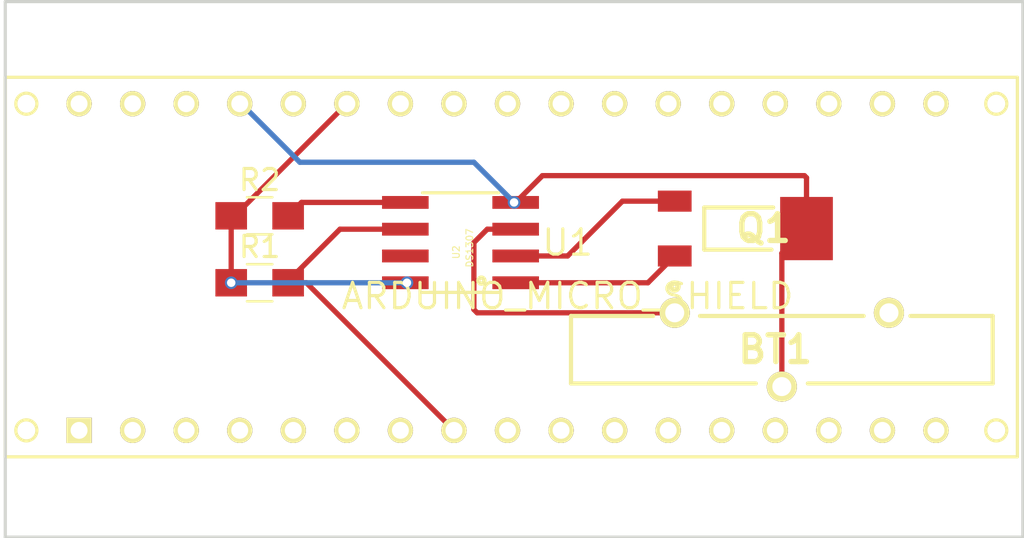
<source format=kicad_pcb>
(kicad_pcb (version 4) (host pcbnew 4.0.7)

  (general
    (links 17)
    (no_connects 5)
    (area 148.514999 83.109999 196.925001 108.660001)
    (thickness 1.6)
    (drawings 4)
    (tracks 36)
    (zones 0)
    (modules 6)
    (nets 36)
  )

  (page A4)
  (layers
    (0 F.Cu signal)
    (31 B.Cu signal)
    (32 B.Adhes user)
    (33 F.Adhes user)
    (34 B.Paste user)
    (35 F.Paste user)
    (36 B.SilkS user)
    (37 F.SilkS user)
    (38 B.Mask user)
    (39 F.Mask user)
    (40 Dwgs.User user)
    (41 Cmts.User user)
    (42 Eco1.User user)
    (43 Eco2.User user)
    (44 Edge.Cuts user)
    (45 Margin user)
    (46 B.CrtYd user)
    (47 F.CrtYd user)
    (48 B.Fab user)
    (49 F.Fab user)
  )

  (setup
    (last_trace_width 0.25)
    (trace_clearance 0.2)
    (zone_clearance 0.508)
    (zone_45_only no)
    (trace_min 0.2)
    (segment_width 0.2)
    (edge_width 0.15)
    (via_size 0.6)
    (via_drill 0.4)
    (via_min_size 0.4)
    (via_min_drill 0.3)
    (uvia_size 0.3)
    (uvia_drill 0.1)
    (uvias_allowed no)
    (uvia_min_size 0.2)
    (uvia_min_drill 0.1)
    (pcb_text_width 0.3)
    (pcb_text_size 1.5 1.5)
    (mod_edge_width 0.15)
    (mod_text_size 1 1)
    (mod_text_width 0.15)
    (pad_size 1.524 1.524)
    (pad_drill 0.762)
    (pad_to_mask_clearance 0.2)
    (aux_axis_origin 0 0)
    (grid_origin 172.72 90.17)
    (visible_elements 7FFFFFFF)
    (pcbplotparams
      (layerselection 0x00030_80000001)
      (usegerberextensions false)
      (excludeedgelayer true)
      (linewidth 0.100000)
      (plotframeref false)
      (viasonmask false)
      (mode 1)
      (useauxorigin false)
      (hpglpennumber 1)
      (hpglpenspeed 20)
      (hpglpendiameter 15)
      (hpglpenoverlay 2)
      (psnegative false)
      (psa4output false)
      (plotreference true)
      (plotvalue true)
      (plotinvisibletext false)
      (padsonsilk false)
      (subtractmaskfromsilk false)
      (outputformat 1)
      (mirror false)
      (drillshape 1)
      (scaleselection 1)
      (outputdirectory ""))
  )

  (net 0 "")
  (net 1 "Net-(Q1-Pad2)")
  (net 2 "Net-(R1-Pad1)")
  (net 3 "Net-(R1-Pad2)")
  (net 4 "Net-(R2-Pad2)")
  (net 5 "Net-(U1-PadSCK)")
  (net 6 "Net-(U1-PadMI)")
  (net 7 "Net-(U1-PadVI)")
  (net 8 "Net-(U1-PadRST)")
  (net 9 "Net-(U1-PadNC)")
  (net 10 "Net-(R12-Pad2)")
  (net 11 "Net-(R13-Pad2)")
  (net 12 "Net-(R14-Pad2)")
  (net 13 "Net-(R15-Pad2)")
  (net 14 "Net-(R16-Pad2)")
  (net 15 "Net-(R17-Pad2)")
  (net 16 "Net-(U1-PadAREF)")
  (net 17 "Net-(U1-Pad3.3V)")
  (net 18 "Net-(R18-Pad2)")
  (net 19 "Net-(U1-PadMO)")
  (net 20 "Net-(U1-PadSS)")
  (net 21 "Net-(R11-Pad2)")
  (net 22 "Net-(U1-PadRX)")
  (net 23 "Net-(R10-Pad2)")
  (net 24 "Net-(R9-Pad2)")
  (net 25 "Net-(R8-Pad2)")
  (net 26 "Net-(R7-Pad2)")
  (net 27 "Net-(R6-Pad2)")
  (net 28 "Net-(R5-Pad2)")
  (net 29 "Net-(R4-Pad2)")
  (net 30 "Net-(R3-Pad2)")
  (net 31 "Net-(R19-Pad2)")
  (net 32 "Net-(U2-Pad7)")
  (net 33 "Net-(Q1-Pad3)")
  (net 34 "Net-(BT1-Pad1)")
  (net 35 "Net-(BT1-Pad2)")

  (net_class Default "Dies ist die voreingestellte Netzklasse."
    (clearance 0.2)
    (trace_width 0.25)
    (via_dia 0.6)
    (via_drill 0.4)
    (uvia_dia 0.3)
    (uvia_drill 0.1)
    (add_net "Net-(BT1-Pad1)")
    (add_net "Net-(BT1-Pad2)")
    (add_net "Net-(Q1-Pad2)")
    (add_net "Net-(Q1-Pad3)")
    (add_net "Net-(R1-Pad1)")
    (add_net "Net-(R1-Pad2)")
    (add_net "Net-(R10-Pad2)")
    (add_net "Net-(R11-Pad2)")
    (add_net "Net-(R12-Pad2)")
    (add_net "Net-(R13-Pad2)")
    (add_net "Net-(R14-Pad2)")
    (add_net "Net-(R15-Pad2)")
    (add_net "Net-(R16-Pad2)")
    (add_net "Net-(R17-Pad2)")
    (add_net "Net-(R18-Pad2)")
    (add_net "Net-(R19-Pad2)")
    (add_net "Net-(R2-Pad2)")
    (add_net "Net-(R3-Pad2)")
    (add_net "Net-(R4-Pad2)")
    (add_net "Net-(R5-Pad2)")
    (add_net "Net-(R6-Pad2)")
    (add_net "Net-(R7-Pad2)")
    (add_net "Net-(R8-Pad2)")
    (add_net "Net-(R9-Pad2)")
    (add_net "Net-(U1-Pad3.3V)")
    (add_net "Net-(U1-PadAREF)")
    (add_net "Net-(U1-PadMI)")
    (add_net "Net-(U1-PadMO)")
    (add_net "Net-(U1-PadNC)")
    (add_net "Net-(U1-PadRST)")
    (add_net "Net-(U1-PadRX)")
    (add_net "Net-(U1-PadSCK)")
    (add_net "Net-(U1-PadSS)")
    (add_net "Net-(U1-PadVI)")
    (add_net "Net-(U2-Pad7)")
  )

  (module CR2032MFR_RV2:CR2032MFR-RV (layer F.Cu) (tedit 5A85586F) (tstamp 5A857072)
    (at 185.42 99.695)
    (descr CR2032MFR-RV)
    (tags Battery)
    (path /5A8569A1)
    (fp_text reference BT1 (at -0.316 -0.012) (layer F.SilkS)
      (effects (font (size 1.27 1.27) (thickness 0.254)))
    )
    (fp_text value CR2032MFR_RV (at -0.316 -0.012) (layer F.SilkS) hide
      (effects (font (size 1.27 1.27) (thickness 0.254)))
    )
    (fp_line (start -10 -1.6) (end 10 -1.6) (layer Dwgs.User) (width 0.2))
    (fp_line (start 10 -1.6) (end 10 1.6) (layer Dwgs.User) (width 0.2))
    (fp_line (start 10 1.6) (end -10 1.6) (layer Dwgs.User) (width 0.2))
    (fp_line (start -10 1.6) (end -10 -1.6) (layer Dwgs.User) (width 0.2))
    (fp_line (start -10 -1.6) (end -10 1.6) (layer F.SilkS) (width 0.2))
    (fp_line (start -10 1.6) (end -1.235 1.6) (layer F.SilkS) (width 0.2))
    (fp_line (start 10 -1.6) (end 10 1.6) (layer F.SilkS) (width 0.2))
    (fp_line (start 10 1.6) (end 1.235 1.6) (layer F.SilkS) (width 0.2))
    (fp_line (start -3.88 -1.6) (end 3.88 -1.6) (layer F.SilkS) (width 0.2))
    (fp_line (start -10 -1.6) (end -6.1 -1.6) (layer F.SilkS) (width 0.2))
    (fp_line (start 10 -1.6) (end 6.1 -1.6) (layer F.SilkS) (width 0.2))
    (fp_circle (center -5.09 -2.994) (end -5.131 -2.994) (layer F.SilkS) (width 0.254))
    (pad 1 thru_hole circle (at -5.08 -1.75 90) (size 1.43 1.43) (drill 0.9) (layers *.Cu *.Mask F.SilkS)
      (net 34 "Net-(BT1-Pad1)"))
    (pad 2 thru_hole circle (at 0 1.75 90) (size 1.43 1.43) (drill 0.9) (layers *.Cu *.Mask F.SilkS)
      (net 35 "Net-(BT1-Pad2)"))
    (pad 3 thru_hole circle (at 5.08 -1.75 90) (size 1.43 1.43) (drill 0.9) (layers *.Cu *.Mask F.SilkS)
      (net 34 "Net-(BT1-Pad1)"))
  )

  (module MS1V-T1K_32.768kHz_7pF_+-20ppm:MS1V-T1K32 (layer F.Cu) (tedit 5A843D36) (tstamp 5A857079)
    (at 180.34 95.25 180)
    (descr MS1V-T1K32)
    (tags "Crystal or Oscillator")
    (path /5A843DE4)
    (attr smd)
    (fp_text reference Q1 (at -4.21233 1.30967 180) (layer F.SilkS)
      (effects (font (size 1.27 1.27) (thickness 0.254)))
    )
    (fp_text value MS1V-T1K_32.768kHz_7pF_+-20ppm (at -4.21233 1.30967 180) (layer F.SilkS) hide
      (effects (font (size 1.27 1.27) (thickness 0.254)))
    )
    (fp_line (start -7.5 0.3) (end -1.4 0.3) (layer Dwgs.User) (width 0.2))
    (fp_line (start -1.4 0.3) (end -1.4 2.3) (layer Dwgs.User) (width 0.2))
    (fp_line (start -1.4 2.3) (end -7.5 2.3) (layer Dwgs.User) (width 0.2))
    (fp_line (start -7.5 2.3) (end -7.5 0.3) (layer Dwgs.User) (width 0.2))
    (fp_line (start -1.4 0.3) (end -1.4 2.3) (layer F.SilkS) (width 0.2))
    (fp_line (start -1.4 2.3) (end -4.66333 2.3) (layer F.SilkS) (width 0.2))
    (fp_line (start -4.66333 2.3) (end -4.66333 2.29933) (layer F.SilkS) (width 0.2))
    (fp_line (start -1.4 0.3) (end -4.58833 0.3) (layer F.SilkS) (width 0.2))
    (pad 1 smd rect (at -6.25 1.3 180) (size 2.5 3) (layers F.Cu F.Paste F.Mask)
      (net 35 "Net-(BT1-Pad2)"))
    (pad 2 smd rect (at 0 0 270) (size 1 1.6) (layers F.Cu F.Paste F.Mask)
      (net 1 "Net-(Q1-Pad2)"))
    (pad 3 smd rect (at 0 2.6 270) (size 1 1.6) (layers F.Cu F.Paste F.Mask)
      (net 33 "Net-(Q1-Pad3)"))
  )

  (module Resistors_SMD:R_0805_HandSoldering (layer F.Cu) (tedit 58E0A804) (tstamp 5A85707F)
    (at 160.655 96.52)
    (descr "Resistor SMD 0805, hand soldering")
    (tags "resistor 0805")
    (path /5A8443D9)
    (attr smd)
    (fp_text reference R1 (at 0 -1.7) (layer F.SilkS)
      (effects (font (size 1 1) (thickness 0.15)))
    )
    (fp_text value 2K2 (at 0 1.75) (layer F.Fab)
      (effects (font (size 1 1) (thickness 0.15)))
    )
    (fp_text user %R (at 0 0) (layer F.Fab)
      (effects (font (size 0.5 0.5) (thickness 0.075)))
    )
    (fp_line (start -1 0.62) (end -1 -0.62) (layer F.Fab) (width 0.1))
    (fp_line (start 1 0.62) (end -1 0.62) (layer F.Fab) (width 0.1))
    (fp_line (start 1 -0.62) (end 1 0.62) (layer F.Fab) (width 0.1))
    (fp_line (start -1 -0.62) (end 1 -0.62) (layer F.Fab) (width 0.1))
    (fp_line (start 0.6 0.88) (end -0.6 0.88) (layer F.SilkS) (width 0.12))
    (fp_line (start -0.6 -0.88) (end 0.6 -0.88) (layer F.SilkS) (width 0.12))
    (fp_line (start -2.35 -0.9) (end 2.35 -0.9) (layer F.CrtYd) (width 0.05))
    (fp_line (start -2.35 -0.9) (end -2.35 0.9) (layer F.CrtYd) (width 0.05))
    (fp_line (start 2.35 0.9) (end 2.35 -0.9) (layer F.CrtYd) (width 0.05))
    (fp_line (start 2.35 0.9) (end -2.35 0.9) (layer F.CrtYd) (width 0.05))
    (pad 1 smd rect (at -1.35 0) (size 1.5 1.3) (layers F.Cu F.Paste F.Mask)
      (net 2 "Net-(R1-Pad1)"))
    (pad 2 smd rect (at 1.35 0) (size 1.5 1.3) (layers F.Cu F.Paste F.Mask)
      (net 3 "Net-(R1-Pad2)"))
    (model ${KISYS3DMOD}/Resistors_SMD.3dshapes/R_0805.wrl
      (at (xyz 0 0 0))
      (scale (xyz 1 1 1))
      (rotate (xyz 0 0 0))
    )
  )

  (module Resistors_SMD:R_0805_HandSoldering (layer F.Cu) (tedit 58E0A804) (tstamp 5A857085)
    (at 160.655 93.345)
    (descr "Resistor SMD 0805, hand soldering")
    (tags "resistor 0805")
    (path /5A844469)
    (attr smd)
    (fp_text reference R2 (at 0 -1.7) (layer F.SilkS)
      (effects (font (size 1 1) (thickness 0.15)))
    )
    (fp_text value 2K2 (at 0 1.75) (layer F.Fab)
      (effects (font (size 1 1) (thickness 0.15)))
    )
    (fp_text user %R (at 0 0) (layer F.Fab)
      (effects (font (size 0.5 0.5) (thickness 0.075)))
    )
    (fp_line (start -1 0.62) (end -1 -0.62) (layer F.Fab) (width 0.1))
    (fp_line (start 1 0.62) (end -1 0.62) (layer F.Fab) (width 0.1))
    (fp_line (start 1 -0.62) (end 1 0.62) (layer F.Fab) (width 0.1))
    (fp_line (start -1 -0.62) (end 1 -0.62) (layer F.Fab) (width 0.1))
    (fp_line (start 0.6 0.88) (end -0.6 0.88) (layer F.SilkS) (width 0.12))
    (fp_line (start -0.6 -0.88) (end 0.6 -0.88) (layer F.SilkS) (width 0.12))
    (fp_line (start -2.35 -0.9) (end 2.35 -0.9) (layer F.CrtYd) (width 0.05))
    (fp_line (start -2.35 -0.9) (end -2.35 0.9) (layer F.CrtYd) (width 0.05))
    (fp_line (start 2.35 0.9) (end 2.35 -0.9) (layer F.CrtYd) (width 0.05))
    (fp_line (start 2.35 0.9) (end -2.35 0.9) (layer F.CrtYd) (width 0.05))
    (pad 1 smd rect (at -1.35 0) (size 1.5 1.3) (layers F.Cu F.Paste F.Mask)
      (net 2 "Net-(R1-Pad1)"))
    (pad 2 smd rect (at 1.35 0) (size 1.5 1.3) (layers F.Cu F.Paste F.Mask)
      (net 4 "Net-(R2-Pad2)"))
    (model ${KISYS3DMOD}/Resistors_SMD.3dshapes/R_0805.wrl
      (at (xyz 0 0 0))
      (scale (xyz 1 1 1))
      (rotate (xyz 0 0 0))
    )
  )

  (module arduino_micro_shield:ARDUINO_MICRO_SHIELD (layer F.Cu) (tedit 54B0AF9D) (tstamp 5A8570AB)
    (at 148.59 104.775)
    (tags "ARDUINO, MICRO")
    (path /5A7865FE)
    (fp_text reference U1 (at 26.67 -10.16) (layer F.SilkS)
      (effects (font (size 1.2 1.2) (thickness 0.15)))
    )
    (fp_text value ARDUINO_MICRO_SHIELD (at 26.67 -7.62) (layer F.SilkS)
      (effects (font (size 1.2 1.2) (thickness 0.15)))
    )
    (fp_circle (center 1 -1.254) (end 1.5 -1.254) (layer F.SilkS) (width 0.15))
    (fp_circle (center 1 -16.746) (end 1.5 -16.746) (layer F.SilkS) (width 0.15))
    (fp_circle (center 47 -1.254) (end 47.5 -1.254) (layer F.SilkS) (width 0.15))
    (fp_circle (center 47 -16.746) (end 47.5 -16.746) (layer F.SilkS) (width 0.15))
    (fp_line (start 0 -18) (end 48 -18) (layer F.SilkS) (width 0.15))
    (fp_line (start 48 -18) (end 48 0) (layer F.SilkS) (width 0.15))
    (fp_line (start 48 0) (end 0 0) (layer F.SilkS) (width 0.15))
    (fp_line (start 0 0) (end 0 -18) (layer F.SilkS) (width 0.15))
    (pad SCK thru_hole circle (at 3.5 -16.746) (size 1.2 1.2) (drill 0.8) (layers *.Cu *.Mask F.SilkS)
      (net 5 "Net-(U1-PadSCK)"))
    (pad MI thru_hole circle (at 6.04 -16.746) (size 1.2 1.2) (drill 0.8) (layers *.Cu *.Mask F.SilkS)
      (net 6 "Net-(U1-PadMI)"))
    (pad VI thru_hole circle (at 8.58 -16.746) (size 1.2 1.2) (drill 0.8) (layers *.Cu *.Mask F.SilkS)
      (net 7 "Net-(U1-PadVI)"))
    (pad GND thru_hole circle (at 11.12 -16.746) (size 1.2 1.2) (drill 0.8) (layers *.Cu *.Mask F.SilkS)
      (net 35 "Net-(BT1-Pad2)"))
    (pad RST thru_hole circle (at 13.66 -16.746) (size 1.2 1.2) (drill 0.8) (layers *.Cu *.Mask F.SilkS)
      (net 8 "Net-(U1-PadRST)"))
    (pad 5V thru_hole circle (at 16.2 -16.746) (size 1.2 1.2) (drill 0.8) (layers *.Cu *.Mask F.SilkS)
      (net 2 "Net-(R1-Pad1)"))
    (pad NC thru_hole circle (at 18.74 -16.746) (size 1.2 1.2) (drill 0.8) (layers *.Cu *.Mask F.SilkS)
      (net 9 "Net-(U1-PadNC)"))
    (pad NC thru_hole circle (at 21.28 -16.746) (size 1.2 1.2) (drill 0.8) (layers *.Cu *.Mask F.SilkS)
      (net 9 "Net-(U1-PadNC)"))
    (pad A5 thru_hole circle (at 23.82 -16.746) (size 1.2 1.2) (drill 0.8) (layers *.Cu *.Mask F.SilkS)
      (net 10 "Net-(R12-Pad2)"))
    (pad A4 thru_hole circle (at 26.36 -16.746) (size 1.2 1.2) (drill 0.8) (layers *.Cu *.Mask F.SilkS)
      (net 11 "Net-(R13-Pad2)"))
    (pad A3 thru_hole circle (at 28.9 -16.746) (size 1.2 1.2) (drill 0.8) (layers *.Cu *.Mask F.SilkS)
      (net 12 "Net-(R14-Pad2)"))
    (pad A2 thru_hole circle (at 31.44 -16.746) (size 1.2 1.2) (drill 0.8) (layers *.Cu *.Mask F.SilkS)
      (net 13 "Net-(R15-Pad2)"))
    (pad A1 thru_hole circle (at 33.98 -16.746) (size 1.2 1.2) (drill 0.8) (layers *.Cu *.Mask F.SilkS)
      (net 14 "Net-(R16-Pad2)"))
    (pad A0 thru_hole circle (at 36.52 -16.746) (size 1.2 1.2) (drill 0.8) (layers *.Cu *.Mask F.SilkS)
      (net 15 "Net-(R17-Pad2)"))
    (pad AREF thru_hole circle (at 39.06 -16.746) (size 1.2 1.2) (drill 0.8) (layers *.Cu *.Mask F.SilkS)
      (net 16 "Net-(U1-PadAREF)"))
    (pad 3.3V thru_hole circle (at 41.6 -16.746) (size 1.2 1.2) (drill 0.8) (layers *.Cu *.Mask F.SilkS)
      (net 17 "Net-(U1-Pad3.3V)"))
    (pad 13 thru_hole circle (at 44.14 -16.746) (size 1.2 1.2) (drill 0.8) (layers *.Cu *.Mask F.SilkS)
      (net 18 "Net-(R18-Pad2)"))
    (pad MO thru_hole rect (at 3.5 -1.254) (size 1.2 1.2) (drill 0.8) (layers *.Cu *.Mask F.SilkS)
      (net 19 "Net-(U1-PadMO)"))
    (pad SS thru_hole circle (at 6.04 -1.254) (size 1.2 1.2) (drill 0.8) (layers *.Cu *.Mask F.SilkS)
      (net 20 "Net-(U1-PadSS)"))
    (pad TX thru_hole circle (at 8.58 -1.254) (size 1.2 1.2) (drill 0.8) (layers *.Cu *.Mask F.SilkS)
      (net 21 "Net-(R11-Pad2)"))
    (pad RX thru_hole circle (at 11.12 -1.254) (size 1.2 1.2) (drill 0.8) (layers *.Cu *.Mask F.SilkS)
      (net 22 "Net-(U1-PadRX)"))
    (pad RST thru_hole circle (at 13.66 -1.254) (size 1.2 1.2) (drill 0.8) (layers *.Cu *.Mask F.SilkS)
      (net 8 "Net-(U1-PadRST)"))
    (pad GND thru_hole circle (at 16.2 -1.254) (size 1.2 1.2) (drill 0.8) (layers *.Cu *.Mask F.SilkS)
      (net 35 "Net-(BT1-Pad2)"))
    (pad 2 thru_hole circle (at 18.74 -1.254) (size 1.2 1.2) (drill 0.8) (layers *.Cu *.Mask F.SilkS)
      (net 4 "Net-(R2-Pad2)"))
    (pad 3 thru_hole circle (at 21.28 -1.254) (size 1.2 1.2) (drill 0.8) (layers *.Cu *.Mask F.SilkS)
      (net 3 "Net-(R1-Pad2)"))
    (pad 4 thru_hole circle (at 23.82 -1.254) (size 1.2 1.2) (drill 0.8) (layers *.Cu *.Mask F.SilkS)
      (net 23 "Net-(R10-Pad2)"))
    (pad 5 thru_hole circle (at 26.36 -1.254) (size 1.2 1.2) (drill 0.8) (layers *.Cu *.Mask F.SilkS)
      (net 24 "Net-(R9-Pad2)"))
    (pad 6 thru_hole circle (at 28.9 -1.254) (size 1.2 1.2) (drill 0.8) (layers *.Cu *.Mask F.SilkS)
      (net 25 "Net-(R8-Pad2)"))
    (pad 7 thru_hole circle (at 31.44 -1.254) (size 1.2 1.2) (drill 0.8) (layers *.Cu *.Mask F.SilkS)
      (net 26 "Net-(R7-Pad2)"))
    (pad 8 thru_hole circle (at 33.98 -1.254) (size 1.2 1.2) (drill 0.8) (layers *.Cu *.Mask F.SilkS)
      (net 27 "Net-(R6-Pad2)"))
    (pad 9 thru_hole circle (at 36.52 -1.254) (size 1.2 1.2) (drill 0.8) (layers *.Cu *.Mask F.SilkS)
      (net 28 "Net-(R5-Pad2)"))
    (pad 10 thru_hole circle (at 39.06 -1.254) (size 1.2 1.2) (drill 0.8) (layers *.Cu *.Mask F.SilkS)
      (net 29 "Net-(R4-Pad2)"))
    (pad 11 thru_hole circle (at 41.6 -1.254) (size 1.2 1.2) (drill 0.8) (layers *.Cu *.Mask F.SilkS)
      (net 30 "Net-(R3-Pad2)"))
    (pad 12 thru_hole circle (at 44.14 -1.254) (size 1.2 1.2) (drill 0.8) (layers *.Cu *.Mask F.SilkS)
      (net 31 "Net-(R19-Pad2)"))
  )

  (module DS1307:SO08 (layer F.Cu) (tedit 0) (tstamp 5A8570B7)
    (at 170.18 94.615 90)
    (descr "<b>Small Outline Package</b> Fits JEDEC packages (narrow SOIC-8)")
    (path /5A786A83)
    (attr smd)
    (fp_text reference U2 (at -0.458047 -0.203577 90) (layer F.SilkS)
      (effects (font (size 0.320593 0.320593) (thickness 0.05)))
    )
    (fp_text value DS1307 (at -0.254348 0.432391 90) (layer F.SilkS)
      (effects (font (size 0.320438 0.320438) (thickness 0.05)))
    )
    (fp_line (start -2.362 1.803) (end 2.362 1.803) (layer Dwgs.User) (width 0.1524))
    (fp_line (start 2.362 1.803) (end 2.362 -1.803) (layer F.SilkS) (width 0.1524))
    (fp_line (start 2.362 -1.803) (end -2.362 -1.803) (layer Dwgs.User) (width 0.1524))
    (fp_line (start -2.362 -1.803) (end -2.362 1.803) (layer F.SilkS) (width 0.1524))
    (fp_circle (center -1.8034 0.9906) (end -1.6598 0.9906) (layer F.SilkS) (width 0.2032))
    (fp_poly (pts (xy -2.08394 1.8542) (xy -1.7272 1.8542) (xy -1.7272 2.87177) (xy -2.08394 2.87177)) (layer Dwgs.User) (width 0.381))
    (fp_poly (pts (xy -0.81339 1.8542) (xy -0.4572 1.8542) (xy -0.4572 2.87228) (xy -0.81339 2.87228)) (layer Dwgs.User) (width 0.381))
    (fp_poly (pts (xy 0.457343 1.8542) (xy 0.8128 1.8542) (xy 0.8128 2.8711) (xy 0.457343 2.8711)) (layer Dwgs.User) (width 0.381))
    (fp_poly (pts (xy 1.72977 1.8542) (xy 2.0828 1.8542) (xy 2.0828 2.87448) (xy 1.72977 2.87448)) (layer Dwgs.User) (width 0.381))
    (fp_poly (pts (xy -2.08629 -2.8702) (xy -1.7272 -2.8702) (xy -1.7272 -1.8573) (xy -2.08629 -1.8573)) (layer Dwgs.User) (width 0.381))
    (fp_poly (pts (xy -0.81298 -2.8702) (xy -0.4572 -2.8702) (xy -0.4572 -1.85461) (xy -0.81298 -1.85461)) (layer Dwgs.User) (width 0.381))
    (fp_poly (pts (xy 0.457282 -2.8702) (xy 0.8128 -2.8702) (xy 0.8128 -1.85453) (xy 0.457282 -1.85453)) (layer Dwgs.User) (width 0.381))
    (fp_poly (pts (xy 1.72822 -2.8702) (xy 2.0828 -2.8702) (xy 2.0828 -1.8553) (xy 1.72822 -1.8553)) (layer Dwgs.User) (width 0.381))
    (pad 1 smd rect (at -1.905 2.6162 90) (size 0.6096 2.2098) (layers F.Cu F.Paste F.Mask)
      (net 1 "Net-(Q1-Pad2)"))
    (pad 2 smd rect (at -0.635 2.6162 90) (size 0.6096 2.2098) (layers F.Cu F.Paste F.Mask)
      (net 33 "Net-(Q1-Pad3)"))
    (pad 3 smd rect (at 0.635 2.6162 90) (size 0.6096 2.2098) (layers F.Cu F.Paste F.Mask)
      (net 34 "Net-(BT1-Pad1)"))
    (pad 4 smd rect (at 1.905 2.6162 90) (size 0.6096 2.2098) (layers F.Cu F.Paste F.Mask)
      (net 35 "Net-(BT1-Pad2)"))
    (pad 5 smd rect (at 1.905 -2.6162 90) (size 0.6096 2.2098) (layers F.Cu F.Paste F.Mask)
      (net 4 "Net-(R2-Pad2)"))
    (pad 6 smd rect (at 0.635 -2.6162 90) (size 0.6096 2.2098) (layers F.Cu F.Paste F.Mask)
      (net 3 "Net-(R1-Pad2)"))
    (pad 7 smd rect (at -0.635 -2.6162 90) (size 0.6096 2.2098) (layers F.Cu F.Paste F.Mask)
      (net 32 "Net-(U2-Pad7)"))
    (pad 8 smd rect (at -1.905 -2.6162 90) (size 0.6096 2.2098) (layers F.Cu F.Paste F.Mask)
      (net 2 "Net-(R1-Pad1)"))
  )

  (gr_line (start 196.85 83.185) (end 148.59 83.185) (angle 90) (layer Edge.Cuts) (width 0.15))
  (gr_line (start 196.85 108.585) (end 196.85 83.185) (angle 90) (layer Edge.Cuts) (width 0.15))
  (gr_line (start 148.59 108.585) (end 196.85 108.585) (angle 90) (layer Edge.Cuts) (width 0.15))
  (gr_line (start 148.59 83.185) (end 148.59 108.585) (angle 90) (layer Edge.Cuts) (width 0.15))

  (segment (start 172.7962 96.52) (end 179.07 96.52) (width 0.25) (layer F.Cu) (net 1))
  (segment (start 179.07 96.52) (end 180.34 95.25) (width 0.25) (layer F.Cu) (net 1) (tstamp 5A857F9B))
  (via (at 159.305 96.52) (size 0.6) (drill 0.4) (layers F.Cu B.Cu) (net 2))
  (segment (start 159.305 93.345) (end 159.305 96.52) (width 0.25) (layer F.Cu) (net 2))
  (segment (start 167.64 96.52) (end 167.5638 96.52) (width 0.25) (layer F.Cu) (net 2) (tstamp 5A8580A0))
  (via (at 167.64 96.52) (size 0.6) (drill 0.4) (layers F.Cu B.Cu) (net 2))
  (segment (start 159.305 96.52) (end 167.64 96.52) (width 0.25) (layer B.Cu) (net 2) (tstamp 5A858096))
  (segment (start 159.305 93.345) (end 159.474 93.345) (width 0.25) (layer F.Cu) (net 2))
  (segment (start 159.474 93.345) (end 164.79 88.029) (width 0.25) (layer F.Cu) (net 2) (tstamp 5A858026))
  (segment (start 162.005 96.52) (end 162.869 96.52) (width 0.25) (layer F.Cu) (net 3))
  (segment (start 162.869 96.52) (end 169.87 103.521) (width 0.25) (layer F.Cu) (net 3) (tstamp 5A85804B))
  (segment (start 162.005 96.52) (end 162.005 96.44) (width 0.25) (layer F.Cu) (net 3))
  (segment (start 162.005 96.44) (end 164.465 93.98) (width 0.25) (layer F.Cu) (net 3) (tstamp 5A85803C))
  (segment (start 164.465 93.98) (end 167.5638 93.98) (width 0.25) (layer F.Cu) (net 3) (tstamp 5A85803F))
  (segment (start 162.005 93.345) (end 162.64 92.71) (width 0.25) (layer F.Cu) (net 4) (status C00000))
  (segment (start 162.64 92.71) (end 167.5638 92.71) (width 0.25) (layer F.Cu) (net 4) (tstamp 5A858315) (status C00000))
  (segment (start 172.7962 95.25) (end 175.26 95.25) (width 0.25) (layer F.Cu) (net 33))
  (segment (start 177.86 92.65) (end 180.34 92.65) (width 0.25) (layer F.Cu) (net 33) (tstamp 5A857F97))
  (segment (start 175.26 95.25) (end 177.86 92.65) (width 0.25) (layer F.Cu) (net 33) (tstamp 5A857F92))
  (segment (start 172.7962 93.98) (end 171.45 93.98) (width 0.25) (layer F.Cu) (net 34))
  (segment (start 170.97 97.945) (end 180.34 97.945) (width 0.25) (layer F.Cu) (net 34) (tstamp 5A857FA5))
  (segment (start 170.815 97.79) (end 170.97 97.945) (width 0.25) (layer F.Cu) (net 34) (tstamp 5A857FA3))
  (segment (start 170.815 94.615) (end 170.815 97.79) (width 0.25) (layer F.Cu) (net 34) (tstamp 5A857FA1))
  (segment (start 171.45 93.98) (end 170.815 94.615) (width 0.25) (layer F.Cu) (net 34) (tstamp 5A857FA0))
  (segment (start 172.72 92.71) (end 172.7962 92.71) (width 0.25) (layer F.Cu) (net 35) (tstamp 5A8581B6))
  (via (at 172.72 92.71) (size 0.6) (drill 0.4) (layers F.Cu B.Cu) (net 35))
  (segment (start 170.815 90.805) (end 172.72 92.71) (width 0.25) (layer B.Cu) (net 35) (tstamp 5A8581B1))
  (segment (start 162.56 90.805) (end 170.815 90.805) (width 0.25) (layer B.Cu) (net 35) (tstamp 5A8581AD))
  (segment (start 159.784 88.029) (end 162.56 90.805) (width 0.25) (layer B.Cu) (net 35) (tstamp 5A8581A9))
  (segment (start 159.71 88.029) (end 159.784 88.029) (width 0.25) (layer B.Cu) (net 35))
  (segment (start 185.42 101.445) (end 185.42 95.12) (width 0.25) (layer F.Cu) (net 35))
  (segment (start 185.42 95.12) (end 186.59 93.95) (width 0.25) (layer F.Cu) (net 35) (tstamp 5A857F80))
  (segment (start 186.59 93.95) (end 186.59 91.54) (width 0.25) (layer F.Cu) (net 35) (tstamp 5A857F83))
  (segment (start 186.59 91.54) (end 186.49 91.44) (width 0.25) (layer F.Cu) (net 35) (tstamp 5A857F84))
  (segment (start 186.49 91.44) (end 174.0662 91.44) (width 0.25) (layer F.Cu) (net 35) (tstamp 5A857F87))
  (segment (start 174.0662 91.44) (end 172.7962 92.71) (width 0.25) (layer F.Cu) (net 35) (tstamp 5A857F8A))

)

</source>
